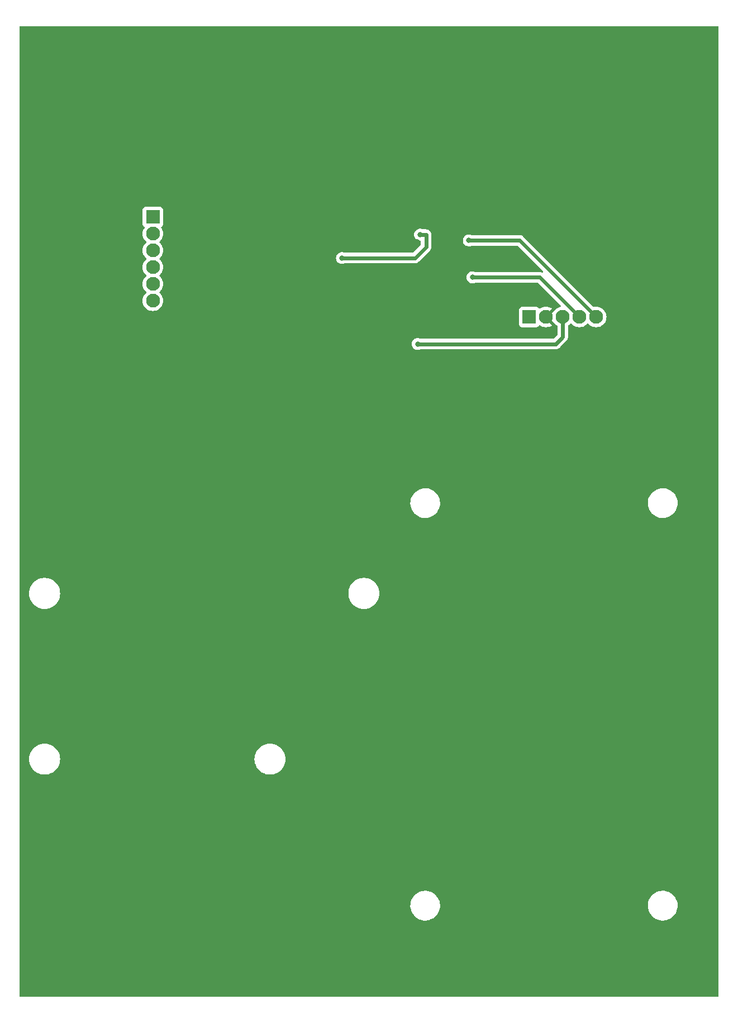
<source format=gbr>
%TF.GenerationSoftware,KiCad,Pcbnew,7.0.1*%
%TF.CreationDate,2023-04-25T16:28:10-04:00*%
%TF.ProjectId,UPenn_OpAmp,5550656e-6e5f-44f7-9041-6d702e6b6963,rev?*%
%TF.SameCoordinates,Original*%
%TF.FileFunction,Copper,L2,Bot*%
%TF.FilePolarity,Positive*%
%FSLAX46Y46*%
G04 Gerber Fmt 4.6, Leading zero omitted, Abs format (unit mm)*
G04 Created by KiCad (PCBNEW 7.0.1) date 2023-04-25 16:28:10*
%MOMM*%
%LPD*%
G01*
G04 APERTURE LIST*
%TA.AperFunction,ComponentPad*%
%ADD10R,2.100000X2.100000*%
%TD*%
%TA.AperFunction,ComponentPad*%
%ADD11C,2.100000*%
%TD*%
%TA.AperFunction,ViaPad*%
%ADD12C,0.800000*%
%TD*%
%TA.AperFunction,Conductor*%
%ADD13C,0.600000*%
%TD*%
G04 APERTURE END LIST*
D10*
%TO.P,J2,1,Pin_1*%
%TO.N,VCC*%
X130054000Y-71300000D03*
D11*
%TO.P,J2,2,Pin_2*%
%TO.N,GND*%
X132594000Y-71300000D03*
%TO.P,J2,3,Pin_3*%
%TO.N,/Vout0*%
X135134000Y-71300000D03*
%TO.P,J2,4,Pin_4*%
%TO.N,/Vout1*%
X137674000Y-71300000D03*
%TO.P,J2,5,Pin_5*%
%TO.N,/Vout2*%
X140214000Y-71300000D03*
%TD*%
D10*
%TO.P,J1,1,Pin_1*%
%TO.N,/Vin2-*%
X73024000Y-56147500D03*
D11*
%TO.P,J1,2,Pin_2*%
%TO.N,/Vin2+*%
X73024000Y-58687500D03*
%TO.P,J1,3,Pin_3*%
%TO.N,/Vin1-*%
X73024000Y-61227500D03*
%TO.P,J1,4,Pin_4*%
%TO.N,/Vin1+*%
X73024000Y-63767500D03*
%TO.P,J1,5,Pin_5*%
%TO.N,/Vin0-*%
X73024000Y-66307500D03*
%TO.P,J1,6,Pin_6*%
%TO.N,/Vin0+*%
X73024000Y-68847500D03*
%TD*%
D12*
%TO.N,GND*%
X99079000Y-48442500D03*
X94964000Y-66654000D03*
X100797000Y-66386500D03*
X115429000Y-72312500D03*
X98164000Y-82759000D03*
X111559000Y-72322500D03*
X99559000Y-44512500D03*
X118929000Y-69472500D03*
X87864000Y-50357500D03*
X83419000Y-46572500D03*
X113082000Y-59900000D03*
X108627000Y-87304000D03*
X150443500Y-58600000D03*
X149599500Y-61439800D03*
X98874000Y-62797500D03*
X109619000Y-79379000D03*
X90291500Y-74025100D03*
X99529000Y-32252500D03*
X101859000Y-41612500D03*
X95709000Y-48522500D03*
X89184000Y-96834500D03*
X80069000Y-38942500D03*
X124289000Y-57102500D03*
X96581000Y-62500000D03*
X113672000Y-50900000D03*
X106794000Y-68200000D03*
X103524000Y-91067500D03*
X103089000Y-32202500D03*
X124079000Y-52762500D03*
X101809000Y-48492500D03*
X92319000Y-48522500D03*
X87514000Y-66957500D03*
X106851000Y-71438000D03*
X103524000Y-89867500D03*
X89189000Y-81254500D03*
X149650000Y-64216000D03*
X116169000Y-64302500D03*
X98124000Y-81267500D03*
X138051000Y-48179000D03*
X98505000Y-66379500D03*
%TO.N,Net-(U5-+)*%
X101679000Y-62372500D03*
X113519000Y-58832500D03*
%TO.N,/Vout0*%
X113155000Y-75400000D03*
%TO.N,/Vout1*%
X121462000Y-65300000D03*
%TO.N,/Vout2*%
X120914000Y-59700000D03*
%TD*%
D13*
%TO.N,Net-(U5-+)*%
X113459000Y-58822500D02*
X114412000Y-58822500D01*
X114412000Y-58822500D02*
X114419000Y-58829500D01*
X114419000Y-60682500D02*
X112729000Y-62372500D01*
X114419000Y-58829500D02*
X114419000Y-60682500D01*
X101679000Y-62372500D02*
X112729000Y-62372500D01*
%TO.N,/Vout0*%
X113155000Y-75400000D02*
X134070000Y-75400000D01*
X134070000Y-75400000D02*
X135134000Y-74336000D01*
X135134000Y-74336000D02*
X135134000Y-71300000D01*
%TO.N,/Vout1*%
X131674000Y-65300000D02*
X137674000Y-71300000D01*
X121462000Y-65300000D02*
X131674000Y-65300000D01*
%TO.N,/Vout2*%
X120914000Y-59700000D02*
X128614000Y-59700000D01*
X128614000Y-59700000D02*
X140214000Y-71300000D01*
%TD*%
%TA.AperFunction,Conductor*%
%TO.N,GND*%
G36*
X158672100Y-27242513D02*
G01*
X158717487Y-27287900D01*
X158734100Y-27349900D01*
X158734100Y-174180100D01*
X158717487Y-174242100D01*
X158672100Y-174287487D01*
X158610100Y-174304100D01*
X52947900Y-174304100D01*
X52885900Y-174287487D01*
X52840513Y-174242100D01*
X52823900Y-174180100D01*
X52823900Y-160585372D01*
X112045723Y-160585372D01*
X112075881Y-160885160D01*
X112145731Y-161178262D01*
X112254021Y-161459432D01*
X112327750Y-161593970D01*
X112398825Y-161723665D01*
X112577554Y-161966238D01*
X112787020Y-162182824D01*
X113023485Y-162369558D01*
X113282730Y-162523109D01*
X113560128Y-162640736D01*
X113560129Y-162640736D01*
X113560131Y-162640737D01*
X113624179Y-162658281D01*
X113850729Y-162720340D01*
X114149347Y-162760500D01*
X114375244Y-162760500D01*
X114375246Y-162760500D01*
X114600635Y-162745412D01*
X114723994Y-162720338D01*
X114895903Y-162685396D01*
X115180537Y-162586560D01*
X115449459Y-162450668D01*
X115697869Y-162280144D01*
X115921333Y-162078032D01*
X116115865Y-161847939D01*
X116277993Y-161593970D01*
X116404823Y-161320658D01*
X116494093Y-161032879D01*
X116544209Y-160735770D01*
X116549237Y-160585372D01*
X148045723Y-160585372D01*
X148075881Y-160885160D01*
X148145731Y-161178262D01*
X148254021Y-161459432D01*
X148327750Y-161593970D01*
X148398825Y-161723665D01*
X148577554Y-161966238D01*
X148787020Y-162182824D01*
X149023485Y-162369558D01*
X149282730Y-162523109D01*
X149560128Y-162640736D01*
X149560129Y-162640736D01*
X149560131Y-162640737D01*
X149624179Y-162658281D01*
X149850729Y-162720340D01*
X150149347Y-162760500D01*
X150375244Y-162760500D01*
X150375246Y-162760500D01*
X150600635Y-162745412D01*
X150723994Y-162720338D01*
X150895903Y-162685396D01*
X151180537Y-162586560D01*
X151449459Y-162450668D01*
X151697869Y-162280144D01*
X151921333Y-162078032D01*
X152115865Y-161847939D01*
X152277993Y-161593970D01*
X152404823Y-161320658D01*
X152494093Y-161032879D01*
X152544209Y-160735770D01*
X152554277Y-160434631D01*
X152524118Y-160134838D01*
X152454269Y-159841739D01*
X152399425Y-159699339D01*
X152345978Y-159560567D01*
X152201175Y-159296335D01*
X152022445Y-159053761D01*
X151812979Y-158837175D01*
X151576514Y-158650441D01*
X151439568Y-158569328D01*
X151317270Y-158496891D01*
X151135671Y-158419886D01*
X151039868Y-158379262D01*
X150749275Y-158299661D01*
X150749274Y-158299660D01*
X150749271Y-158299660D01*
X150450653Y-158259500D01*
X150224756Y-158259500D01*
X150224754Y-158259500D01*
X149999364Y-158274587D01*
X149704098Y-158334603D01*
X149419459Y-158433441D01*
X149150546Y-158569328D01*
X148902127Y-158739858D01*
X148678668Y-158941966D01*
X148484135Y-159172061D01*
X148322005Y-159426032D01*
X148195178Y-159699339D01*
X148105907Y-159987120D01*
X148055791Y-160284230D01*
X148045723Y-160585372D01*
X116549237Y-160585372D01*
X116554277Y-160434631D01*
X116524118Y-160134838D01*
X116454269Y-159841739D01*
X116399425Y-159699339D01*
X116345978Y-159560567D01*
X116201175Y-159296335D01*
X116022445Y-159053761D01*
X115812979Y-158837175D01*
X115576514Y-158650441D01*
X115439568Y-158569328D01*
X115317270Y-158496891D01*
X115135671Y-158419886D01*
X115039868Y-158379262D01*
X114749275Y-158299661D01*
X114749274Y-158299660D01*
X114749271Y-158299660D01*
X114450653Y-158259500D01*
X114224756Y-158259500D01*
X114224754Y-158259500D01*
X113999364Y-158274587D01*
X113704098Y-158334603D01*
X113419459Y-158433441D01*
X113150546Y-158569328D01*
X112902127Y-158739858D01*
X112678668Y-158941966D01*
X112484135Y-159172061D01*
X112322005Y-159426032D01*
X112195178Y-159699339D01*
X112105907Y-159987120D01*
X112055791Y-160284230D01*
X112045723Y-160585372D01*
X52823900Y-160585372D01*
X52823900Y-138309999D01*
X54262457Y-138309999D01*
X54282609Y-138617466D01*
X54342719Y-138919659D01*
X54441760Y-139211424D01*
X54578039Y-139487770D01*
X54578040Y-139487772D01*
X54749222Y-139743964D01*
X54952380Y-139975620D01*
X55184036Y-140178778D01*
X55440229Y-140349960D01*
X55716575Y-140486239D01*
X56008340Y-140585280D01*
X56310533Y-140645390D01*
X56310535Y-140645390D01*
X56310540Y-140645391D01*
X56541059Y-140660500D01*
X56694933Y-140660500D01*
X56694941Y-140660500D01*
X56925460Y-140645391D01*
X56925464Y-140645390D01*
X56925466Y-140645390D01*
X57227659Y-140585280D01*
X57519424Y-140486239D01*
X57519423Y-140486239D01*
X57519427Y-140486238D01*
X57795771Y-140349960D01*
X58051964Y-140178778D01*
X58283620Y-139975620D01*
X58486778Y-139743964D01*
X58657960Y-139487772D01*
X58794238Y-139211427D01*
X58893280Y-138919659D01*
X58953391Y-138617460D01*
X58973543Y-138310000D01*
X88422457Y-138310000D01*
X88442609Y-138617466D01*
X88502719Y-138919659D01*
X88601760Y-139211424D01*
X88738039Y-139487770D01*
X88738040Y-139487772D01*
X88909222Y-139743964D01*
X89112380Y-139975620D01*
X89344036Y-140178778D01*
X89600229Y-140349960D01*
X89876575Y-140486239D01*
X90168340Y-140585280D01*
X90470533Y-140645390D01*
X90470535Y-140645390D01*
X90470540Y-140645391D01*
X90701059Y-140660500D01*
X90854933Y-140660500D01*
X90854941Y-140660500D01*
X91085460Y-140645391D01*
X91085464Y-140645390D01*
X91085466Y-140645390D01*
X91387659Y-140585280D01*
X91679424Y-140486239D01*
X91679423Y-140486239D01*
X91679427Y-140486238D01*
X91955771Y-140349960D01*
X92211964Y-140178778D01*
X92443620Y-139975620D01*
X92646778Y-139743964D01*
X92817960Y-139487772D01*
X92954238Y-139211427D01*
X93053280Y-138919659D01*
X93113391Y-138617460D01*
X93133543Y-138310000D01*
X93113391Y-138002540D01*
X93053280Y-137700341D01*
X92954238Y-137408574D01*
X92817960Y-137132229D01*
X92646778Y-136876036D01*
X92646777Y-136876035D01*
X92443620Y-136644380D01*
X92211964Y-136441222D01*
X91955771Y-136270040D01*
X91955772Y-136270040D01*
X91955770Y-136270039D01*
X91679424Y-136133760D01*
X91387659Y-136034719D01*
X91085466Y-135974609D01*
X90986666Y-135968133D01*
X90854941Y-135959500D01*
X90701059Y-135959500D01*
X90578115Y-135967558D01*
X90470533Y-135974609D01*
X90168340Y-136034719D01*
X89876575Y-136133760D01*
X89600229Y-136270039D01*
X89344036Y-136441221D01*
X89112380Y-136644380D01*
X88909221Y-136876035D01*
X88738039Y-137132228D01*
X88601760Y-137408574D01*
X88502719Y-137700340D01*
X88442609Y-138002533D01*
X88422457Y-138310000D01*
X58973543Y-138310000D01*
X58953391Y-138002540D01*
X58893280Y-137700341D01*
X58794238Y-137408574D01*
X58657960Y-137132229D01*
X58486778Y-136876036D01*
X58486777Y-136876035D01*
X58283620Y-136644380D01*
X58051964Y-136441222D01*
X57795771Y-136270040D01*
X57795772Y-136270040D01*
X57795770Y-136270039D01*
X57519424Y-136133760D01*
X57227659Y-136034719D01*
X56925466Y-135974609D01*
X56826666Y-135968133D01*
X56694941Y-135959500D01*
X56541059Y-135959500D01*
X56418115Y-135967558D01*
X56310533Y-135974609D01*
X56008340Y-136034719D01*
X55716575Y-136133760D01*
X55440229Y-136270039D01*
X55184036Y-136441221D01*
X54952380Y-136644380D01*
X54749221Y-136876035D01*
X54578039Y-137132228D01*
X54441760Y-137408574D01*
X54342719Y-137700340D01*
X54282609Y-138002533D01*
X54262457Y-138309999D01*
X52823900Y-138309999D01*
X52823900Y-113199999D01*
X54262457Y-113199999D01*
X54282609Y-113507466D01*
X54342719Y-113809659D01*
X54441760Y-114101424D01*
X54578039Y-114377770D01*
X54578040Y-114377772D01*
X54749222Y-114633964D01*
X54952380Y-114865620D01*
X55184036Y-115068778D01*
X55440229Y-115239960D01*
X55716575Y-115376239D01*
X56008340Y-115475280D01*
X56310533Y-115535390D01*
X56310535Y-115535390D01*
X56310540Y-115535391D01*
X56541059Y-115550500D01*
X56694933Y-115550500D01*
X56694941Y-115550500D01*
X56925460Y-115535391D01*
X56925464Y-115535390D01*
X56925466Y-115535390D01*
X57227659Y-115475280D01*
X57519424Y-115376239D01*
X57519423Y-115376239D01*
X57519427Y-115376238D01*
X57795771Y-115239960D01*
X58051964Y-115068778D01*
X58283620Y-114865620D01*
X58486778Y-114633964D01*
X58657960Y-114377772D01*
X58794238Y-114101427D01*
X58893280Y-113809659D01*
X58953391Y-113507460D01*
X58973543Y-113200000D01*
X102652457Y-113200000D01*
X102672609Y-113507466D01*
X102732719Y-113809659D01*
X102831760Y-114101424D01*
X102968039Y-114377770D01*
X102968040Y-114377772D01*
X103139222Y-114633964D01*
X103342380Y-114865620D01*
X103574036Y-115068778D01*
X103830229Y-115239960D01*
X104106575Y-115376239D01*
X104398340Y-115475280D01*
X104700533Y-115535390D01*
X104700535Y-115535390D01*
X104700540Y-115535391D01*
X104931059Y-115550500D01*
X105084933Y-115550500D01*
X105084941Y-115550500D01*
X105315460Y-115535391D01*
X105315464Y-115535390D01*
X105315466Y-115535390D01*
X105617659Y-115475280D01*
X105909424Y-115376239D01*
X105909423Y-115376239D01*
X105909427Y-115376238D01*
X106185771Y-115239960D01*
X106441964Y-115068778D01*
X106673620Y-114865620D01*
X106876778Y-114633964D01*
X107047960Y-114377772D01*
X107184238Y-114101427D01*
X107283280Y-113809659D01*
X107343391Y-113507460D01*
X107363543Y-113200000D01*
X107343391Y-112892540D01*
X107283280Y-112590341D01*
X107184238Y-112298574D01*
X107047960Y-112022229D01*
X106876778Y-111766036D01*
X106876777Y-111766035D01*
X106673620Y-111534380D01*
X106441964Y-111331222D01*
X106185771Y-111160040D01*
X106185772Y-111160040D01*
X106185770Y-111160039D01*
X105909424Y-111023760D01*
X105617659Y-110924719D01*
X105315466Y-110864609D01*
X105216666Y-110858133D01*
X105084941Y-110849500D01*
X104931059Y-110849500D01*
X104808115Y-110857558D01*
X104700533Y-110864609D01*
X104398340Y-110924719D01*
X104106575Y-111023760D01*
X103830229Y-111160039D01*
X103574036Y-111331221D01*
X103342380Y-111534380D01*
X103139221Y-111766035D01*
X102968039Y-112022228D01*
X102831760Y-112298574D01*
X102732719Y-112590340D01*
X102672609Y-112892533D01*
X102652457Y-113200000D01*
X58973543Y-113200000D01*
X58953391Y-112892540D01*
X58893280Y-112590341D01*
X58794238Y-112298574D01*
X58657960Y-112022229D01*
X58486778Y-111766036D01*
X58486777Y-111766035D01*
X58283620Y-111534380D01*
X58051964Y-111331222D01*
X57795771Y-111160040D01*
X57795772Y-111160040D01*
X57795770Y-111160039D01*
X57519424Y-111023760D01*
X57227659Y-110924719D01*
X56925466Y-110864609D01*
X56826666Y-110858133D01*
X56694941Y-110849500D01*
X56541059Y-110849500D01*
X56418115Y-110857558D01*
X56310533Y-110864609D01*
X56008340Y-110924719D01*
X55716575Y-111023760D01*
X55440229Y-111160039D01*
X55184036Y-111331221D01*
X54952380Y-111534380D01*
X54749221Y-111766035D01*
X54578039Y-112022228D01*
X54441760Y-112298574D01*
X54342719Y-112590340D01*
X54282609Y-112892533D01*
X54262457Y-113199999D01*
X52823900Y-113199999D01*
X52823900Y-99585372D01*
X112045723Y-99585372D01*
X112075881Y-99885160D01*
X112145731Y-100178262D01*
X112254021Y-100459432D01*
X112327750Y-100593970D01*
X112398825Y-100723665D01*
X112577554Y-100966238D01*
X112787020Y-101182824D01*
X113023485Y-101369558D01*
X113282730Y-101523109D01*
X113560128Y-101640736D01*
X113560129Y-101640736D01*
X113560131Y-101640737D01*
X113624179Y-101658281D01*
X113850729Y-101720340D01*
X114149347Y-101760500D01*
X114375244Y-101760500D01*
X114375246Y-101760500D01*
X114600635Y-101745412D01*
X114723994Y-101720338D01*
X114895903Y-101685396D01*
X115180537Y-101586560D01*
X115449459Y-101450668D01*
X115697869Y-101280144D01*
X115921333Y-101078032D01*
X116115865Y-100847939D01*
X116277993Y-100593970D01*
X116404823Y-100320658D01*
X116494093Y-100032879D01*
X116544209Y-99735770D01*
X116549237Y-99585372D01*
X148045723Y-99585372D01*
X148075881Y-99885160D01*
X148145731Y-100178262D01*
X148254021Y-100459432D01*
X148327750Y-100593970D01*
X148398825Y-100723665D01*
X148577554Y-100966238D01*
X148787020Y-101182824D01*
X149023485Y-101369558D01*
X149282730Y-101523109D01*
X149560128Y-101640736D01*
X149560129Y-101640736D01*
X149560131Y-101640737D01*
X149624179Y-101658281D01*
X149850729Y-101720340D01*
X150149347Y-101760500D01*
X150375244Y-101760500D01*
X150375246Y-101760500D01*
X150600635Y-101745412D01*
X150723994Y-101720338D01*
X150895903Y-101685396D01*
X151180537Y-101586560D01*
X151449459Y-101450668D01*
X151697869Y-101280144D01*
X151921333Y-101078032D01*
X152115865Y-100847939D01*
X152277993Y-100593970D01*
X152404823Y-100320658D01*
X152494093Y-100032879D01*
X152544209Y-99735770D01*
X152554277Y-99434631D01*
X152524118Y-99134838D01*
X152454269Y-98841739D01*
X152399425Y-98699339D01*
X152345978Y-98560567D01*
X152201175Y-98296335D01*
X152022445Y-98053761D01*
X151812979Y-97837175D01*
X151576514Y-97650441D01*
X151439568Y-97569328D01*
X151317270Y-97496891D01*
X151135671Y-97419886D01*
X151039868Y-97379262D01*
X150749275Y-97299661D01*
X150749274Y-97299660D01*
X150749271Y-97299660D01*
X150450653Y-97259500D01*
X150224756Y-97259500D01*
X150224754Y-97259500D01*
X149999364Y-97274587D01*
X149704098Y-97334603D01*
X149419459Y-97433441D01*
X149150546Y-97569328D01*
X148902127Y-97739858D01*
X148678668Y-97941966D01*
X148484135Y-98172061D01*
X148322005Y-98426032D01*
X148195178Y-98699339D01*
X148105907Y-98987120D01*
X148055791Y-99284230D01*
X148045723Y-99585372D01*
X116549237Y-99585372D01*
X116554277Y-99434631D01*
X116524118Y-99134838D01*
X116454269Y-98841739D01*
X116399425Y-98699339D01*
X116345978Y-98560567D01*
X116201175Y-98296335D01*
X116022445Y-98053761D01*
X115812979Y-97837175D01*
X115576514Y-97650441D01*
X115439568Y-97569328D01*
X115317270Y-97496891D01*
X115135671Y-97419886D01*
X115039868Y-97379262D01*
X114749275Y-97299661D01*
X114749274Y-97299660D01*
X114749271Y-97299660D01*
X114450653Y-97259500D01*
X114224756Y-97259500D01*
X114224754Y-97259500D01*
X113999364Y-97274587D01*
X113704098Y-97334603D01*
X113419459Y-97433441D01*
X113150546Y-97569328D01*
X112902127Y-97739858D01*
X112678668Y-97941966D01*
X112484135Y-98172061D01*
X112322005Y-98426032D01*
X112195178Y-98699339D01*
X112105907Y-98987120D01*
X112055791Y-99284230D01*
X112045723Y-99585372D01*
X52823900Y-99585372D01*
X52823900Y-75400000D01*
X112249540Y-75400000D01*
X112269326Y-75588257D01*
X112327820Y-75768284D01*
X112422466Y-75932216D01*
X112549129Y-76072889D01*
X112702269Y-76184151D01*
X112875197Y-76261144D01*
X113060352Y-76300500D01*
X113060354Y-76300500D01*
X113249646Y-76300500D01*
X113249648Y-76300500D01*
X113373083Y-76274262D01*
X113434803Y-76261144D01*
X113546930Y-76211221D01*
X113597367Y-76200500D01*
X134160195Y-76200500D01*
X134171009Y-76198031D01*
X134197520Y-76191980D01*
X134211197Y-76189655D01*
X134249255Y-76185368D01*
X134285399Y-76172720D01*
X134298721Y-76168882D01*
X134336061Y-76160360D01*
X134370549Y-76143750D01*
X134383391Y-76138431D01*
X134419522Y-76125789D01*
X134451932Y-76105423D01*
X134464103Y-76098697D01*
X134498587Y-76082091D01*
X134528515Y-76058222D01*
X134539834Y-76050190D01*
X134572262Y-76029816D01*
X134699816Y-75902262D01*
X134758396Y-75843682D01*
X134758398Y-75843678D01*
X135731826Y-74870252D01*
X135768605Y-74833473D01*
X135770629Y-74827418D01*
X135784186Y-74805842D01*
X135792216Y-74794523D01*
X135816091Y-74764587D01*
X135832698Y-74730100D01*
X135839426Y-74717928D01*
X135859789Y-74685522D01*
X135872431Y-74649391D01*
X135877751Y-74636549D01*
X135894360Y-74602061D01*
X135902882Y-74564721D01*
X135906720Y-74551399D01*
X135919368Y-74515255D01*
X135923655Y-74477197D01*
X135925980Y-74463520D01*
X135934500Y-74426194D01*
X135934500Y-74245806D01*
X135934500Y-72697365D01*
X135950310Y-72636776D01*
X135993710Y-72591638D01*
X135999755Y-72587933D01*
X136048179Y-72558259D01*
X136233759Y-72399759D01*
X136309711Y-72310829D01*
X136352086Y-72278753D01*
X136404000Y-72267363D01*
X136455914Y-72278753D01*
X136498288Y-72310829D01*
X136574241Y-72399759D01*
X136759821Y-72558259D01*
X136833754Y-72603565D01*
X136967911Y-72685778D01*
X137193384Y-72779171D01*
X137193387Y-72779171D01*
X137193388Y-72779172D01*
X137430698Y-72836146D01*
X137674000Y-72855294D01*
X137917302Y-72836146D01*
X138154612Y-72779172D01*
X138154613Y-72779171D01*
X138154615Y-72779171D01*
X138380088Y-72685778D01*
X138460051Y-72636776D01*
X138588179Y-72558259D01*
X138773759Y-72399759D01*
X138849711Y-72310829D01*
X138892086Y-72278753D01*
X138944000Y-72267363D01*
X138995914Y-72278753D01*
X139038288Y-72310829D01*
X139114241Y-72399759D01*
X139299821Y-72558259D01*
X139373754Y-72603565D01*
X139507911Y-72685778D01*
X139733384Y-72779171D01*
X139733387Y-72779171D01*
X139733388Y-72779172D01*
X139970698Y-72836146D01*
X140214000Y-72855294D01*
X140457302Y-72836146D01*
X140694612Y-72779172D01*
X140694613Y-72779171D01*
X140694615Y-72779171D01*
X140920088Y-72685778D01*
X141000051Y-72636776D01*
X141128179Y-72558259D01*
X141313759Y-72399759D01*
X141472259Y-72214179D01*
X141599777Y-72006089D01*
X141599778Y-72006088D01*
X141693171Y-71780615D01*
X141693172Y-71780612D01*
X141750146Y-71543302D01*
X141769294Y-71300000D01*
X141750146Y-71056698D01*
X141693172Y-70819388D01*
X141693171Y-70819387D01*
X141693171Y-70819384D01*
X141599778Y-70593911D01*
X141482659Y-70402793D01*
X141472259Y-70385821D01*
X141313759Y-70200241D01*
X141128179Y-70041741D01*
X141054245Y-69996434D01*
X140920088Y-69914221D01*
X140694615Y-69820828D01*
X140457303Y-69763854D01*
X140214000Y-69744706D01*
X139970696Y-69763854D01*
X139908580Y-69778767D01*
X139845974Y-69777537D01*
X139791952Y-69745874D01*
X129116262Y-59070184D01*
X129083850Y-59049818D01*
X129072510Y-59041772D01*
X129042586Y-59017908D01*
X129008095Y-59001298D01*
X128995933Y-58994576D01*
X128980327Y-58984770D01*
X128963520Y-58974209D01*
X128927398Y-58961570D01*
X128914553Y-58956250D01*
X128880058Y-58939638D01*
X128842736Y-58931119D01*
X128829380Y-58927272D01*
X128793252Y-58914631D01*
X128755219Y-58910345D01*
X128741518Y-58908017D01*
X128704196Y-58899500D01*
X128704194Y-58899500D01*
X128658954Y-58899500D01*
X121356367Y-58899500D01*
X121305931Y-58888779D01*
X121193802Y-58838855D01*
X121008648Y-58799500D01*
X121008646Y-58799500D01*
X120819354Y-58799500D01*
X120819352Y-58799500D01*
X120634197Y-58838855D01*
X120461269Y-58915848D01*
X120308129Y-59027110D01*
X120181466Y-59167783D01*
X120086820Y-59331715D01*
X120028326Y-59511742D01*
X120008540Y-59700000D01*
X120028326Y-59888257D01*
X120086820Y-60068284D01*
X120181466Y-60232216D01*
X120308129Y-60372889D01*
X120461269Y-60484151D01*
X120634197Y-60561144D01*
X120819352Y-60600500D01*
X120819354Y-60600500D01*
X121008646Y-60600500D01*
X121008648Y-60600500D01*
X121132084Y-60574262D01*
X121193803Y-60561144D01*
X121305930Y-60511221D01*
X121356367Y-60500500D01*
X128231060Y-60500500D01*
X128278513Y-60509939D01*
X128318741Y-60536819D01*
X132151008Y-64369086D01*
X132183569Y-64426469D01*
X132182088Y-64492429D01*
X132146986Y-64548294D01*
X132088200Y-64578247D01*
X132022372Y-64573808D01*
X131987398Y-64561570D01*
X131974553Y-64556250D01*
X131940058Y-64539638D01*
X131902736Y-64531119D01*
X131889380Y-64527272D01*
X131853252Y-64514631D01*
X131815219Y-64510345D01*
X131801518Y-64508017D01*
X131764196Y-64499500D01*
X131764194Y-64499500D01*
X131718954Y-64499500D01*
X121904367Y-64499500D01*
X121853931Y-64488779D01*
X121741802Y-64438855D01*
X121556648Y-64399500D01*
X121556646Y-64399500D01*
X121367354Y-64399500D01*
X121367352Y-64399500D01*
X121182197Y-64438855D01*
X121009269Y-64515848D01*
X120856129Y-64627110D01*
X120729466Y-64767783D01*
X120634820Y-64931715D01*
X120576326Y-65111742D01*
X120556540Y-65300000D01*
X120576326Y-65488257D01*
X120634820Y-65668284D01*
X120729466Y-65832216D01*
X120856129Y-65972889D01*
X121009269Y-66084151D01*
X121182197Y-66161144D01*
X121367352Y-66200500D01*
X121367354Y-66200500D01*
X121556646Y-66200500D01*
X121556648Y-66200500D01*
X121680084Y-66174262D01*
X121741803Y-66161144D01*
X121853930Y-66111221D01*
X121904367Y-66100500D01*
X131291060Y-66100500D01*
X131338513Y-66109939D01*
X131378741Y-66136819D01*
X134826931Y-69585009D01*
X134859232Y-69641381D01*
X134858595Y-69706348D01*
X134825193Y-69762076D01*
X134768198Y-69793264D01*
X134653383Y-69820828D01*
X134427911Y-69914221D01*
X134219822Y-70041740D01*
X134034241Y-70200241D01*
X133912090Y-70343261D01*
X133885035Y-70362515D01*
X132947553Y-71300000D01*
X133885041Y-72237489D01*
X133912088Y-72256736D01*
X134034241Y-72399759D01*
X134219821Y-72558259D01*
X134263407Y-72584968D01*
X134274290Y-72591638D01*
X134317690Y-72636776D01*
X134333500Y-72697365D01*
X134333500Y-73953060D01*
X134324061Y-74000513D01*
X134297181Y-74040741D01*
X133774741Y-74563181D01*
X133734513Y-74590061D01*
X133687060Y-74599500D01*
X113597367Y-74599500D01*
X113546931Y-74588779D01*
X113434802Y-74538855D01*
X113249648Y-74499500D01*
X113249646Y-74499500D01*
X113060354Y-74499500D01*
X113060352Y-74499500D01*
X112875197Y-74538855D01*
X112702269Y-74615848D01*
X112549129Y-74727110D01*
X112422466Y-74867783D01*
X112327820Y-75031715D01*
X112269326Y-75211742D01*
X112249540Y-75400000D01*
X52823900Y-75400000D01*
X52823900Y-72397869D01*
X128503500Y-72397869D01*
X128509909Y-72457483D01*
X128560204Y-72592331D01*
X128646454Y-72707546D01*
X128761669Y-72793796D01*
X128896517Y-72844091D01*
X128956127Y-72850500D01*
X131151872Y-72850499D01*
X131211483Y-72844091D01*
X131346331Y-72793796D01*
X131461546Y-72707546D01*
X131539386Y-72603564D01*
X131586338Y-72565452D01*
X131645732Y-72554078D01*
X131703443Y-72572149D01*
X131888137Y-72685329D01*
X132113542Y-72778696D01*
X132350775Y-72835650D01*
X132594000Y-72854792D01*
X132837224Y-72835650D01*
X133074457Y-72778696D01*
X133299862Y-72685329D01*
X133501942Y-72561494D01*
X132328128Y-71387680D01*
X132296034Y-71332092D01*
X132296034Y-71267905D01*
X132328128Y-71212318D01*
X132594000Y-70946447D01*
X133501942Y-70038504D01*
X133299862Y-69914669D01*
X133074457Y-69821303D01*
X132837224Y-69764349D01*
X132594000Y-69745207D01*
X132350775Y-69764349D01*
X132113542Y-69821303D01*
X131888139Y-69914669D01*
X131703442Y-70027851D01*
X131645732Y-70045921D01*
X131586338Y-70034547D01*
X131539387Y-69996434D01*
X131461548Y-69892455D01*
X131346331Y-69806204D01*
X131211483Y-69755909D01*
X131207288Y-69755458D01*
X131151873Y-69749500D01*
X131151869Y-69749500D01*
X128956130Y-69749500D01*
X128896515Y-69755909D01*
X128761669Y-69806204D01*
X128646454Y-69892454D01*
X128560204Y-70007668D01*
X128509909Y-70142516D01*
X128503500Y-70202130D01*
X128503500Y-72397869D01*
X52823900Y-72397869D01*
X52823900Y-68847500D01*
X71468706Y-68847500D01*
X71487854Y-69090803D01*
X71544828Y-69328115D01*
X71638221Y-69553588D01*
X71731834Y-69706348D01*
X71765741Y-69761679D01*
X71924241Y-69947259D01*
X72109821Y-70105759D01*
X72188887Y-70154211D01*
X72317911Y-70233278D01*
X72543384Y-70326671D01*
X72543387Y-70326671D01*
X72543388Y-70326672D01*
X72780698Y-70383646D01*
X73024000Y-70402794D01*
X73267302Y-70383646D01*
X73504612Y-70326672D01*
X73504613Y-70326671D01*
X73504615Y-70326671D01*
X73730088Y-70233278D01*
X73783999Y-70200241D01*
X73938179Y-70105759D01*
X74123759Y-69947259D01*
X74282259Y-69761679D01*
X74409777Y-69553589D01*
X74409778Y-69553588D01*
X74503171Y-69328115D01*
X74503172Y-69328112D01*
X74560146Y-69090802D01*
X74579294Y-68847500D01*
X74560146Y-68604198D01*
X74503172Y-68366888D01*
X74503171Y-68366887D01*
X74503171Y-68366884D01*
X74409778Y-68141411D01*
X74330711Y-68012387D01*
X74282259Y-67933321D01*
X74123759Y-67747741D01*
X74034829Y-67671788D01*
X74002753Y-67629414D01*
X73991363Y-67577500D01*
X74002753Y-67525586D01*
X74034829Y-67483211D01*
X74123759Y-67407259D01*
X74282259Y-67221679D01*
X74409777Y-67013589D01*
X74409778Y-67013588D01*
X74503171Y-66788115D01*
X74503172Y-66788112D01*
X74560146Y-66550802D01*
X74579294Y-66307500D01*
X74560146Y-66064198D01*
X74503172Y-65826888D01*
X74503171Y-65826887D01*
X74503171Y-65826884D01*
X74409778Y-65601411D01*
X74330711Y-65472387D01*
X74282259Y-65393321D01*
X74123759Y-65207741D01*
X74034829Y-65131788D01*
X74002753Y-65089414D01*
X73991363Y-65037500D01*
X74002753Y-64985586D01*
X74034829Y-64943211D01*
X74123759Y-64867259D01*
X74282259Y-64681679D01*
X74387730Y-64509566D01*
X74409778Y-64473588D01*
X74503171Y-64248115D01*
X74503172Y-64248112D01*
X74560146Y-64010802D01*
X74579294Y-63767500D01*
X74560146Y-63524198D01*
X74503172Y-63286888D01*
X74503171Y-63286887D01*
X74503171Y-63286884D01*
X74409778Y-63061411D01*
X74295397Y-62874761D01*
X74282259Y-62853321D01*
X74123759Y-62667741D01*
X74034829Y-62591788D01*
X74002753Y-62549414D01*
X73991363Y-62497500D01*
X74002753Y-62445586D01*
X74034829Y-62403211D01*
X74070788Y-62372500D01*
X100773540Y-62372500D01*
X100793326Y-62560757D01*
X100851820Y-62740784D01*
X100946466Y-62904716D01*
X101073129Y-63045389D01*
X101226269Y-63156651D01*
X101399197Y-63233644D01*
X101584352Y-63273000D01*
X101584354Y-63273000D01*
X101773646Y-63273000D01*
X101773648Y-63273000D01*
X101897084Y-63246762D01*
X101958803Y-63233644D01*
X102070930Y-63183721D01*
X102121367Y-63173000D01*
X112819195Y-63173000D01*
X112830009Y-63170531D01*
X112856520Y-63164480D01*
X112870197Y-63162155D01*
X112908255Y-63157868D01*
X112944399Y-63145220D01*
X112957721Y-63141382D01*
X112995061Y-63132860D01*
X113029549Y-63116250D01*
X113042391Y-63110931D01*
X113078522Y-63098289D01*
X113110932Y-63077923D01*
X113123103Y-63071197D01*
X113157587Y-63054591D01*
X113187515Y-63030722D01*
X113198834Y-63022690D01*
X113231262Y-63002316D01*
X113358816Y-62874762D01*
X113358816Y-62874761D01*
X115016826Y-61216752D01*
X115032819Y-61200757D01*
X115048816Y-61184762D01*
X115069192Y-61152332D01*
X115077209Y-61141034D01*
X115101092Y-61111087D01*
X115117700Y-61076597D01*
X115124427Y-61064427D01*
X115126998Y-61060334D01*
X115144789Y-61032022D01*
X115157432Y-60995885D01*
X115162750Y-60983050D01*
X115179360Y-60948561D01*
X115187882Y-60911221D01*
X115191722Y-60897892D01*
X115204368Y-60861755D01*
X115208655Y-60823697D01*
X115210980Y-60810020D01*
X115219500Y-60772694D01*
X115219500Y-60592306D01*
X115219500Y-58784546D01*
X115219500Y-58739305D01*
X115210980Y-58701981D01*
X115208655Y-58688300D01*
X115204368Y-58650245D01*
X115202268Y-58644244D01*
X115191724Y-58614110D01*
X115187875Y-58600749D01*
X115187324Y-58598337D01*
X115179359Y-58563439D01*
X115162754Y-58528958D01*
X115157433Y-58516114D01*
X115144789Y-58479978D01*
X115124418Y-58447558D01*
X115117698Y-58435399D01*
X115101091Y-58400913D01*
X115101090Y-58400912D01*
X115101090Y-58400911D01*
X115077225Y-58370986D01*
X115069177Y-58359643D01*
X115048816Y-58327238D01*
X115021861Y-58300283D01*
X114921262Y-58199684D01*
X114914262Y-58192684D01*
X114881851Y-58172318D01*
X114870510Y-58164272D01*
X114840586Y-58140408D01*
X114806095Y-58123798D01*
X114793933Y-58117076D01*
X114778327Y-58107270D01*
X114761520Y-58096709D01*
X114725398Y-58084070D01*
X114712553Y-58078750D01*
X114678058Y-58062138D01*
X114640736Y-58053619D01*
X114627380Y-58049772D01*
X114591252Y-58037131D01*
X114553219Y-58032845D01*
X114539518Y-58030517D01*
X114502196Y-58022000D01*
X114502194Y-58022000D01*
X114456954Y-58022000D01*
X113938907Y-58022000D01*
X113888471Y-58011279D01*
X113798802Y-57971355D01*
X113613648Y-57932000D01*
X113613646Y-57932000D01*
X113424354Y-57932000D01*
X113424352Y-57932000D01*
X113239197Y-57971355D01*
X113066269Y-58048348D01*
X112913129Y-58159610D01*
X112786466Y-58300283D01*
X112691820Y-58464215D01*
X112633326Y-58644242D01*
X112613540Y-58832500D01*
X112633326Y-59020757D01*
X112691820Y-59200784D01*
X112786466Y-59364716D01*
X112913129Y-59505389D01*
X113066269Y-59616651D01*
X113239197Y-59693644D01*
X113424352Y-59733000D01*
X113494500Y-59733000D01*
X113556500Y-59749613D01*
X113601887Y-59795000D01*
X113618500Y-59857000D01*
X113618500Y-60299560D01*
X113609061Y-60347013D01*
X113582181Y-60387241D01*
X112433741Y-61535681D01*
X112393513Y-61562561D01*
X112346060Y-61572000D01*
X102121367Y-61572000D01*
X102070931Y-61561279D01*
X101958802Y-61511355D01*
X101773648Y-61472000D01*
X101773646Y-61472000D01*
X101584354Y-61472000D01*
X101584352Y-61472000D01*
X101399197Y-61511355D01*
X101226269Y-61588348D01*
X101073129Y-61699610D01*
X100946466Y-61840283D01*
X100851820Y-62004215D01*
X100793326Y-62184242D01*
X100773540Y-62372500D01*
X74070788Y-62372500D01*
X74123759Y-62327259D01*
X74282259Y-62141679D01*
X74409777Y-61933589D01*
X74409778Y-61933588D01*
X74503171Y-61708115D01*
X74503172Y-61708112D01*
X74560146Y-61470802D01*
X74579294Y-61227500D01*
X74560146Y-60984198D01*
X74503172Y-60746888D01*
X74503171Y-60746887D01*
X74503171Y-60746884D01*
X74409778Y-60521411D01*
X74305301Y-60350922D01*
X74282259Y-60313321D01*
X74123759Y-60127741D01*
X74034829Y-60051787D01*
X74002752Y-60009412D01*
X73991362Y-59957498D01*
X74002753Y-59905584D01*
X74034825Y-59863215D01*
X74123759Y-59787259D01*
X74282259Y-59601679D01*
X74409777Y-59393589D01*
X74409778Y-59393588D01*
X74503171Y-59168115D01*
X74503172Y-59168112D01*
X74560146Y-58930802D01*
X74579294Y-58687500D01*
X74560146Y-58444198D01*
X74503172Y-58206888D01*
X74503171Y-58206887D01*
X74503171Y-58206884D01*
X74409778Y-57981411D01*
X74296550Y-57796642D01*
X74278479Y-57738931D01*
X74289853Y-57679537D01*
X74327967Y-57632585D01*
X74431543Y-57555048D01*
X74431546Y-57555046D01*
X74517796Y-57439831D01*
X74568091Y-57304983D01*
X74574500Y-57245373D01*
X74574499Y-55049628D01*
X74568091Y-54990017D01*
X74517796Y-54855169D01*
X74431546Y-54739954D01*
X74316331Y-54653704D01*
X74181483Y-54603409D01*
X74121873Y-54597000D01*
X74121869Y-54597000D01*
X71926130Y-54597000D01*
X71866515Y-54603409D01*
X71731669Y-54653704D01*
X71616454Y-54739954D01*
X71530204Y-54855168D01*
X71479909Y-54990016D01*
X71473500Y-55049630D01*
X71473500Y-57245369D01*
X71479909Y-57304983D01*
X71530204Y-57439831D01*
X71582032Y-57509064D01*
X71616455Y-57555048D01*
X71720032Y-57632586D01*
X71758145Y-57679537D01*
X71769519Y-57738931D01*
X71751449Y-57796642D01*
X71638219Y-57981416D01*
X71544828Y-58206884D01*
X71487854Y-58444196D01*
X71468706Y-58687500D01*
X71487854Y-58930803D01*
X71544828Y-59168115D01*
X71638221Y-59393588D01*
X71747902Y-59572568D01*
X71765741Y-59601679D01*
X71924241Y-59787259D01*
X71992250Y-59845344D01*
X72013168Y-59863210D01*
X72045246Y-59905586D01*
X72056636Y-59957500D01*
X72045246Y-60009414D01*
X72013168Y-60051790D01*
X71924241Y-60127741D01*
X71765740Y-60313322D01*
X71638221Y-60521411D01*
X71544828Y-60746884D01*
X71487854Y-60984196D01*
X71468706Y-61227500D01*
X71487854Y-61470803D01*
X71544828Y-61708115D01*
X71638221Y-61933588D01*
X71681503Y-62004216D01*
X71765741Y-62141679D01*
X71924241Y-62327259D01*
X71977212Y-62372500D01*
X72013168Y-62403210D01*
X72045246Y-62445586D01*
X72056636Y-62497500D01*
X72045246Y-62549414D01*
X72013168Y-62591790D01*
X71924241Y-62667741D01*
X71765740Y-62853322D01*
X71638221Y-63061411D01*
X71544828Y-63286884D01*
X71487854Y-63524196D01*
X71468706Y-63767500D01*
X71487854Y-64010803D01*
X71544828Y-64248115D01*
X71638221Y-64473588D01*
X71732301Y-64627110D01*
X71765741Y-64681679D01*
X71924241Y-64867259D01*
X71993309Y-64926248D01*
X72013167Y-64943209D01*
X72045246Y-64985585D01*
X72056636Y-65037498D01*
X72045246Y-65089412D01*
X72013169Y-65131788D01*
X71924242Y-65207740D01*
X71765740Y-65393322D01*
X71638221Y-65601411D01*
X71544828Y-65826884D01*
X71487854Y-66064196D01*
X71468706Y-66307500D01*
X71487854Y-66550803D01*
X71544828Y-66788115D01*
X71638221Y-67013588D01*
X71747902Y-67192568D01*
X71765741Y-67221679D01*
X71924241Y-67407259D01*
X71993309Y-67466248D01*
X72013167Y-67483209D01*
X72045246Y-67525585D01*
X72056636Y-67577498D01*
X72045246Y-67629412D01*
X72013169Y-67671788D01*
X71924242Y-67747740D01*
X71765740Y-67933322D01*
X71638221Y-68141411D01*
X71544828Y-68366884D01*
X71487854Y-68604196D01*
X71468706Y-68847500D01*
X52823900Y-68847500D01*
X52823900Y-27349900D01*
X52840513Y-27287900D01*
X52885900Y-27242513D01*
X52947900Y-27225900D01*
X158610100Y-27225900D01*
X158672100Y-27242513D01*
G37*
%TD.AperFunction*%
%TD*%
M02*

</source>
